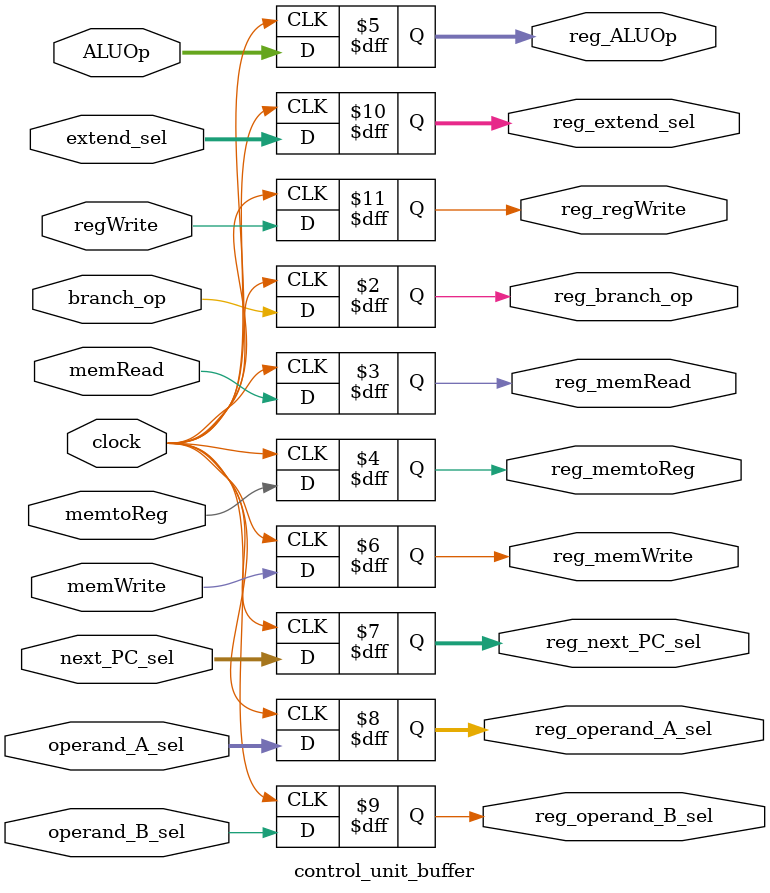
<source format=v>
module control_unit_buffer #(parameter CORE = 0)(
    clock,
    branch_op,
    memRead,
    memtoReg, 
    ALUOp,
    memWrite,
    next_PC_sel,
    operand_A_sel, 
    operand_B_sel, 
    extend_sel,
    regWrite,


    reg_branch_op,
    reg_memRead,
    reg_memtoReg, 
    reg_ALUOp,
    reg_memWrite,
    reg_next_PC_sel,
    reg_operand_A_sel, 
    reg_operand_B_sel,
    reg_extend_sel,
    reg_regWrite
); 

    input branch_op;
    input memRead; 
    input memtoReg; 
    input [2:0] ALUOp; 
    input memWrite;
    input [1:0] next_PC_sel;
    input [1:0] operand_A_sel; 
    input operand_B_sel; 
    input [1:0] extend_sel; 
    input regWrite;
    input clock;

    output reg reg_branch_op;
    output reg reg_memRead; 
    output reg reg_memtoReg; 
    output reg [2:0] reg_ALUOp; 
    output reg reg_memWrite;
    output reg [1:0] reg_next_PC_sel;
    output reg [1:0] reg_operand_A_sel; 
    output reg reg_operand_B_sel; 
    output reg [1:0] reg_extend_sel; 
    output reg reg_regWrite; 


always @ (posedge clock) begin
    reg_branch_op <= branch_op;
    reg_memRead <= memRead; 
    reg_memtoReg <= memtoReg; 
    reg_ALUOp <= ALUOp; 
    reg_memWrite <= memWrite;
    reg_next_PC_sel <= next_PC_sel;
    reg_operand_A_sel <= operand_A_sel; 
    reg_operand_B_sel <= operand_B_sel; 
    reg_extend_sel <= extend_sel; 
    reg_regWrite <= regWrite;  
end




endmodule

</source>
